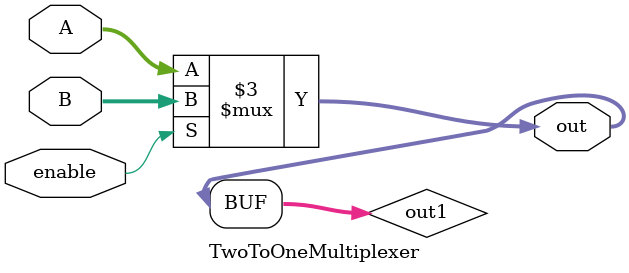
<source format=v>
`timescale 1ns / 1ps


module TwoToOneMultiplexer(input enable, input[31:0] A, input[31:0] B, output [31:0] out);

reg [31:0] out1;

always @(*)
    begin
    if(enable)
        out1 <= B;
    else
        out1 <= A;
    end
    
assign out = out1;
    
endmodule

</source>
